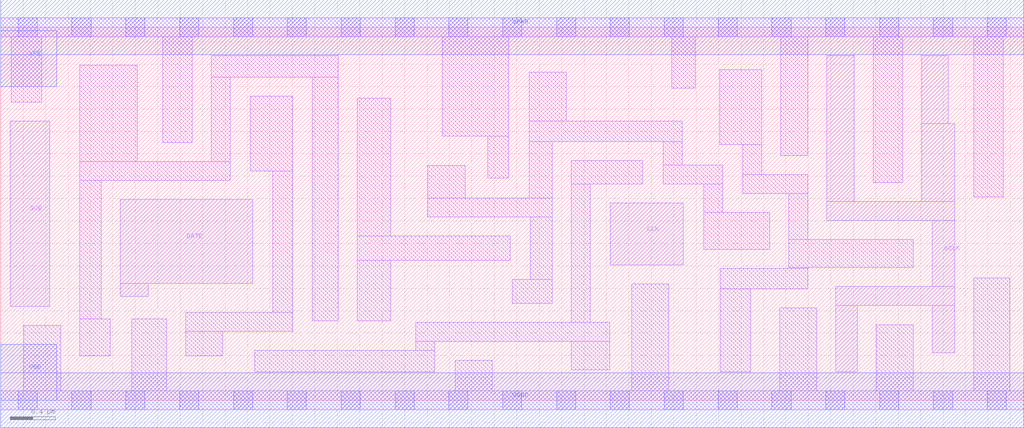
<source format=lef>
# Copyright 2020 The SkyWater PDK Authors
#
# Licensed under the Apache License, Version 2.0 (the "License");
# you may not use this file except in compliance with the License.
# You may obtain a copy of the License at
#
#     https://www.apache.org/licenses/LICENSE-2.0
#
# Unless required by applicable law or agreed to in writing, software
# distributed under the License is distributed on an "AS IS" BASIS,
# WITHOUT WARRANTIES OR CONDITIONS OF ANY KIND, either express or implied.
# See the License for the specific language governing permissions and
# limitations under the License.
#
# SPDX-License-Identifier: Apache-2.0

VERSION 5.5 ;
NAMESCASESENSITIVE ON ;
BUSBITCHARS "[]" ;
DIVIDERCHAR "/" ;
MACRO sky130_fd_sc_lp__sdlclkp_4
  CLASS CORE ;
  SOURCE USER ;
  ORIGIN  0.000000  0.000000 ;
  SIZE  9.120000 BY  3.330000 ;
  SYMMETRY X Y R90 ;
  SITE unit ;
  PIN GATE
    ANTENNAGATEAREA  0.159000 ;
    DIRECTION INPUT ;
    USE SIGNAL ;
    PORT
      LAYER li1 ;
        RECT 1.065000 0.925000 1.315000 1.045000 ;
        RECT 1.065000 1.045000 2.245000 1.790000 ;
    END
  END GATE
  PIN GCLK
    ANTENNADIFFAREA  1.176000 ;
    DIRECTION OUTPUT ;
    USE SIGNAL ;
    PORT
      LAYER li1 ;
        RECT 7.365000 1.605000 8.505000 1.775000 ;
        RECT 7.365000 1.775000 7.610000 3.075000 ;
        RECT 7.445000 0.255000 7.635000 0.845000 ;
        RECT 7.445000 0.845000 8.505000 1.015000 ;
        RECT 8.210000 1.775000 8.505000 2.470000 ;
        RECT 8.210000 2.470000 8.445000 3.075000 ;
        RECT 8.305000 0.425000 8.505000 0.845000 ;
        RECT 8.305000 1.015000 8.505000 1.605000 ;
    END
  END GCLK
  PIN SCE
    ANTENNAGATEAREA  0.159000 ;
    DIRECTION INPUT ;
    USE SIGNAL ;
    PORT
      LAYER li1 ;
        RECT 0.085000 0.840000 0.435000 2.490000 ;
    END
  END SCE
  PIN CLK
    ANTENNAGATEAREA  0.474000 ;
    DIRECTION INPUT ;
    USE CLOCK ;
    PORT
      LAYER li1 ;
        RECT 5.435000 1.210000 6.085000 1.760000 ;
    END
  END CLK
  PIN VGND
    DIRECTION INOUT ;
    USE GROUND ;
    PORT
      LAYER met1 ;
        RECT 0.000000 -0.245000 9.120000 0.245000 ;
    END
  END VGND
  PIN VNB
    DIRECTION INOUT ;
    USE GROUND ;
    PORT
      LAYER met1 ;
        RECT 0.000000 0.000000 0.500000 0.500000 ;
    END
  END VNB
  PIN VPB
    DIRECTION INOUT ;
    USE POWER ;
    PORT
      LAYER met1 ;
        RECT 0.000000 2.800000 0.500000 3.300000 ;
    END
  END VPB
  PIN VPWR
    DIRECTION INOUT ;
    USE POWER ;
    PORT
      LAYER met1 ;
        RECT 0.000000 3.085000 9.120000 3.575000 ;
    END
  END VPWR
  OBS
    LAYER li1 ;
      RECT 0.000000 -0.085000 9.120000 0.085000 ;
      RECT 0.000000  3.245000 9.120000 3.415000 ;
      RECT 0.095000  2.660000 0.365000 3.245000 ;
      RECT 0.205000  0.085000 0.535000 0.670000 ;
      RECT 0.705000  0.395000 0.975000 0.725000 ;
      RECT 0.705000  0.725000 0.895000 1.960000 ;
      RECT 0.705000  1.960000 2.045000 2.130000 ;
      RECT 0.705000  2.130000 1.215000 2.990000 ;
      RECT 1.170000  0.085000 1.480000 0.725000 ;
      RECT 1.445000  2.300000 1.705000 3.245000 ;
      RECT 1.650000  0.395000 1.980000 0.615000 ;
      RECT 1.650000  0.615000 2.605000 0.785000 ;
      RECT 1.875000  2.130000 2.045000 2.885000 ;
      RECT 1.875000  2.885000 3.010000 3.075000 ;
      RECT 2.225000  2.045000 2.605000 2.715000 ;
      RECT 2.265000  0.255000 3.870000 0.445000 ;
      RECT 2.425000  0.785000 2.605000 2.045000 ;
      RECT 2.775000  0.710000 3.010000 2.885000 ;
      RECT 3.180000  0.710000 3.475000 1.250000 ;
      RECT 3.180000  1.250000 4.540000 1.465000 ;
      RECT 3.180000  1.465000 3.475000 2.695000 ;
      RECT 3.700000  0.445000 3.870000 0.525000 ;
      RECT 3.700000  0.525000 5.430000 0.695000 ;
      RECT 3.805000  1.635000 4.915000 1.805000 ;
      RECT 3.805000  1.805000 4.140000 2.095000 ;
      RECT 3.935000  2.360000 4.530000 3.245000 ;
      RECT 4.050000  0.085000 4.380000 0.355000 ;
      RECT 4.340000  1.985000 4.530000 2.360000 ;
      RECT 4.560000  0.865000 4.915000 1.080000 ;
      RECT 4.710000  1.805000 4.915000 2.310000 ;
      RECT 4.710000  2.310000 6.075000 2.490000 ;
      RECT 4.710000  2.490000 5.040000 2.930000 ;
      RECT 4.720000  1.080000 4.915000 1.635000 ;
      RECT 5.085000  0.270000 5.430000 0.525000 ;
      RECT 5.085000  0.695000 5.255000 1.930000 ;
      RECT 5.085000  1.930000 5.725000 2.140000 ;
      RECT 5.625000  0.085000 5.955000 1.040000 ;
      RECT 5.905000  1.930000 6.435000 2.100000 ;
      RECT 5.905000  2.100000 6.075000 2.310000 ;
      RECT 5.980000  2.785000 6.190000 3.245000 ;
      RECT 6.265000  1.345000 6.855000 1.675000 ;
      RECT 6.265000  1.675000 6.435000 1.930000 ;
      RECT 6.410000  2.280000 6.785000 2.950000 ;
      RECT 6.415000  0.255000 6.685000 0.995000 ;
      RECT 6.415000  0.995000 7.195000 1.175000 ;
      RECT 6.615000  1.845000 7.195000 2.015000 ;
      RECT 6.615000  2.015000 6.785000 2.280000 ;
      RECT 6.945000  0.085000 7.275000 0.825000 ;
      RECT 6.955000  2.185000 7.195000 3.245000 ;
      RECT 7.025000  1.175000 7.195000 1.185000 ;
      RECT 7.025000  1.185000 8.135000 1.435000 ;
      RECT 7.025000  1.435000 7.195000 1.845000 ;
      RECT 7.780000  1.945000 8.040000 3.245000 ;
      RECT 7.805000  0.085000 8.135000 0.675000 ;
      RECT 8.675000  0.085000 8.995000 1.090000 ;
      RECT 8.675000  1.815000 8.935000 3.245000 ;
    LAYER mcon ;
      RECT 0.155000 -0.085000 0.325000 0.085000 ;
      RECT 0.155000  3.245000 0.325000 3.415000 ;
      RECT 0.635000 -0.085000 0.805000 0.085000 ;
      RECT 0.635000  3.245000 0.805000 3.415000 ;
      RECT 1.115000 -0.085000 1.285000 0.085000 ;
      RECT 1.115000  3.245000 1.285000 3.415000 ;
      RECT 1.595000 -0.085000 1.765000 0.085000 ;
      RECT 1.595000  3.245000 1.765000 3.415000 ;
      RECT 2.075000 -0.085000 2.245000 0.085000 ;
      RECT 2.075000  3.245000 2.245000 3.415000 ;
      RECT 2.555000 -0.085000 2.725000 0.085000 ;
      RECT 2.555000  3.245000 2.725000 3.415000 ;
      RECT 3.035000 -0.085000 3.205000 0.085000 ;
      RECT 3.035000  3.245000 3.205000 3.415000 ;
      RECT 3.515000 -0.085000 3.685000 0.085000 ;
      RECT 3.515000  3.245000 3.685000 3.415000 ;
      RECT 3.995000 -0.085000 4.165000 0.085000 ;
      RECT 3.995000  3.245000 4.165000 3.415000 ;
      RECT 4.475000 -0.085000 4.645000 0.085000 ;
      RECT 4.475000  3.245000 4.645000 3.415000 ;
      RECT 4.955000 -0.085000 5.125000 0.085000 ;
      RECT 4.955000  3.245000 5.125000 3.415000 ;
      RECT 5.435000 -0.085000 5.605000 0.085000 ;
      RECT 5.435000  3.245000 5.605000 3.415000 ;
      RECT 5.915000 -0.085000 6.085000 0.085000 ;
      RECT 5.915000  3.245000 6.085000 3.415000 ;
      RECT 6.395000 -0.085000 6.565000 0.085000 ;
      RECT 6.395000  3.245000 6.565000 3.415000 ;
      RECT 6.875000 -0.085000 7.045000 0.085000 ;
      RECT 6.875000  3.245000 7.045000 3.415000 ;
      RECT 7.355000 -0.085000 7.525000 0.085000 ;
      RECT 7.355000  3.245000 7.525000 3.415000 ;
      RECT 7.835000 -0.085000 8.005000 0.085000 ;
      RECT 7.835000  3.245000 8.005000 3.415000 ;
      RECT 8.315000 -0.085000 8.485000 0.085000 ;
      RECT 8.315000  3.245000 8.485000 3.415000 ;
      RECT 8.795000 -0.085000 8.965000 0.085000 ;
      RECT 8.795000  3.245000 8.965000 3.415000 ;
  END
END sky130_fd_sc_lp__sdlclkp_4

</source>
